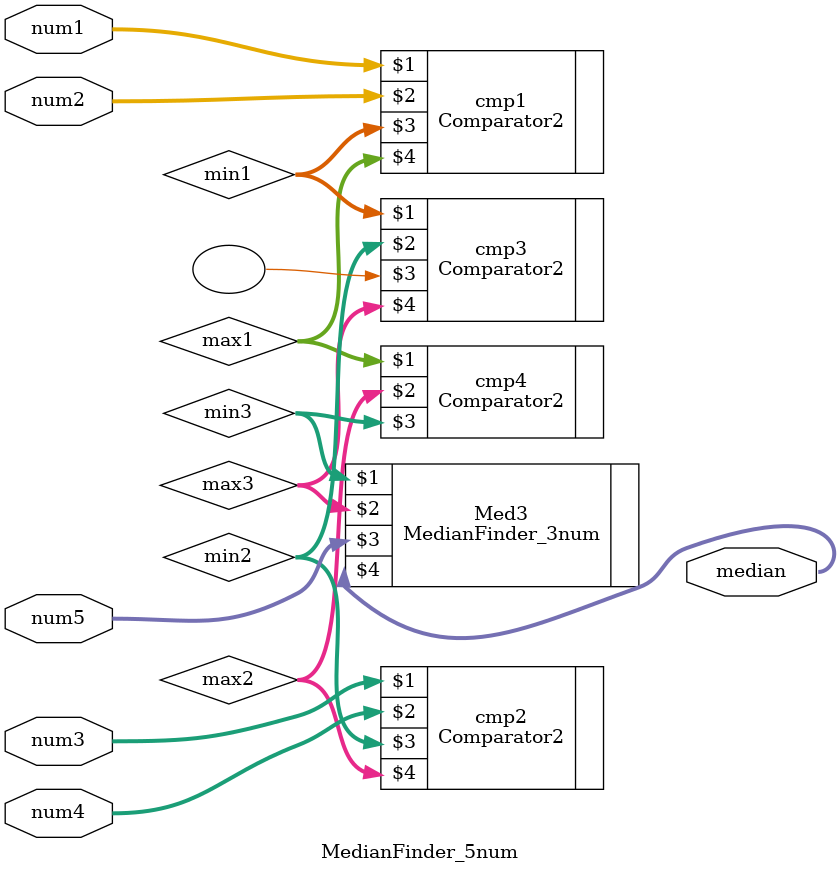
<source format=v>
module MedianFinder_5num(
    input  [3:0] 	num1  , 
	input  [3:0] 	num2  , 
	input  [3:0] 	num3  , 
	input  [3:0] 	num4  , 
	input  [3:0] 	num5  ,  
    output [3:0] 	median  
);

    wire [3:0] min1, max1;
    wire [3:0] min2, max2;
    wire [3:0] min3, max3;

    Comparator2 cmp1 (num1, num2, min1, max1);
    Comparator2 cmp2 (num3, num4, min2, max2);
    Comparator2 cmp3 (min1, min2, , max3);
    Comparator2 cmp4 (max1, max2, min3, );
    MedianFinder_3num Med3(min3, max3, num5, median);


endmodule

</source>
